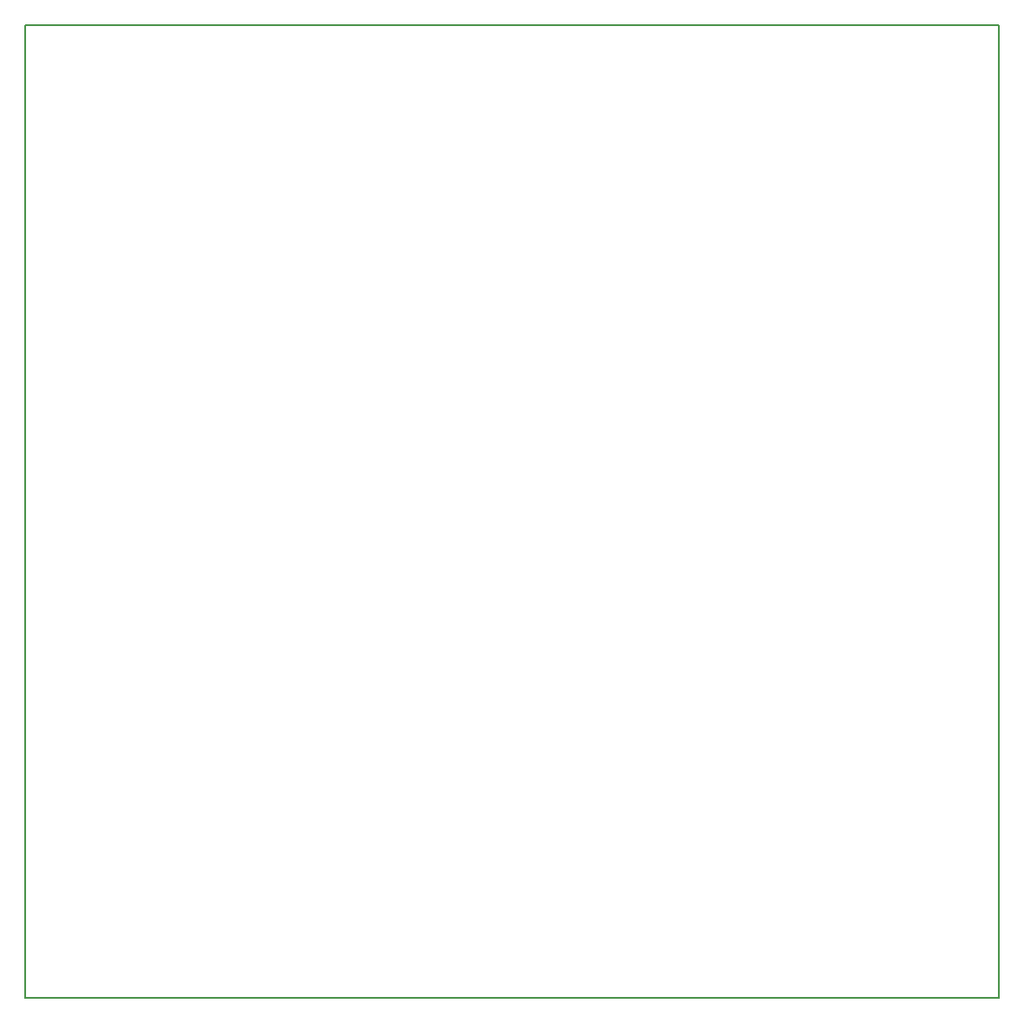
<source format=gbr>
G04 #@! TF.GenerationSoftware,KiCad,Pcbnew,(5.0.0)*
G04 #@! TF.CreationDate,2020-04-06T18:27:32+02:00*
G04 #@! TF.ProjectId,MainBoard,4D61696E426F6172642E6B696361645F,rev?*
G04 #@! TF.SameCoordinates,Original*
G04 #@! TF.FileFunction,Profile,NP*
%FSLAX46Y46*%
G04 Gerber Fmt 4.6, Leading zero omitted, Abs format (unit mm)*
G04 Created by KiCad (PCBNEW (5.0.0)) date 04/06/20 18:27:32*
%MOMM*%
%LPD*%
G01*
G04 APERTURE LIST*
%ADD10C,0.200000*%
G04 APERTURE END LIST*
D10*
X102550000Y-51550000D02*
X102550000Y-143175000D01*
X194325000Y-51550000D02*
X102550000Y-51550000D01*
X194325000Y-143200000D02*
X194325000Y-51550000D01*
X102550000Y-143200000D02*
X194325000Y-143200000D01*
M02*

</source>
